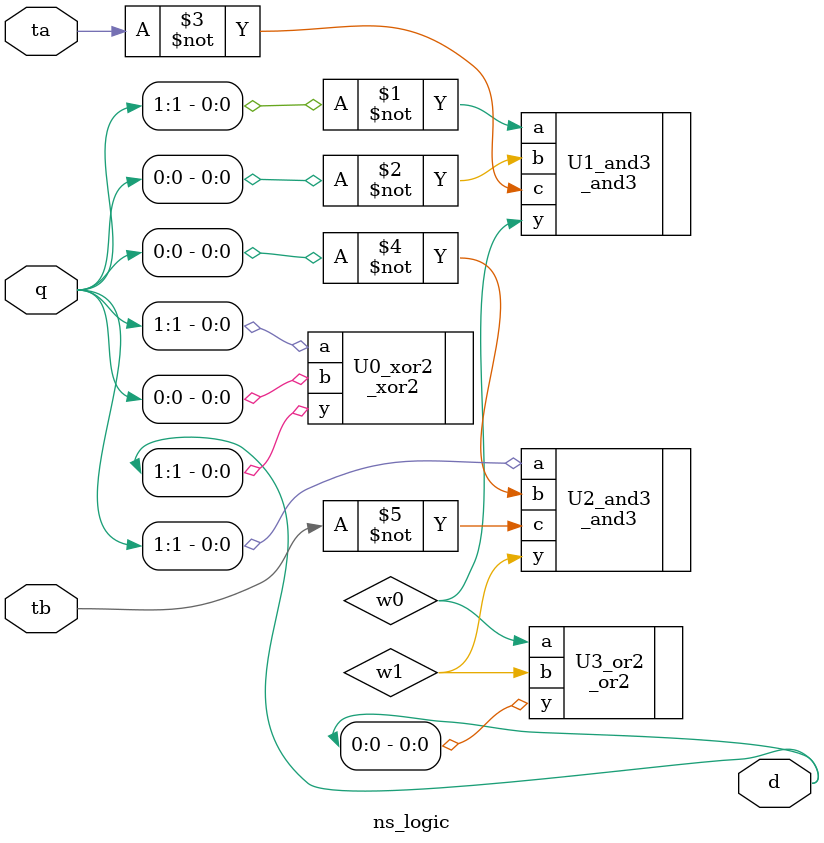
<source format=v>
module ns_logic(q, ta, tb, d); // next state logic
	input [1:0] q;	// current state
	input ta, tb;	// sensor
	output [1:0] d; //next state
	wire w0,w1;
	
	_xor2 U0_xor2(.a(q[1]),.b(q[0]),.y(d[1]));
	_and3 U1_and3(.a(~q[1]),.b(~q[0]),.c(~ta),.y(w0));
	_and3 U2_and3(.a(q[1]),.b(~q[0]),.c(~tb),.y(w1));
	_or2 U3_or2(.a(w0),.b(w1),.y(d[0]));
	
endmodule
</source>
